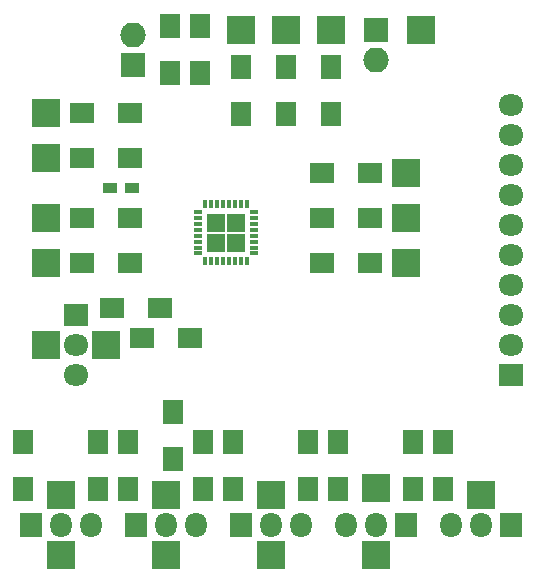
<source format=gts>
%TF.GenerationSoftware,KiCad,Pcbnew,4.0.4+e1-6308~48~ubuntu16.04.1-stable*%
%TF.CreationDate,2016-10-26T09:05:21-07:00*%
%TF.ProjectId,CY8CMBR2010,435938434D4252323031302E6B696361,rev?*%
%TF.FileFunction,Soldermask,Top*%
%FSLAX46Y46*%
G04 Gerber Fmt 4.6, Leading zero omitted, Abs format (unit mm)*
G04 Created by KiCad (PCBNEW 4.0.4+e1-6308~48~ubuntu16.04.1-stable) date Wed Oct 26 09:05:21 2016*
%MOMM*%
%LPD*%
G01*
G04 APERTURE LIST*
%ADD10C,0.050000*%
%ADD11R,1.800000X2.100000*%
%ADD12R,1.700000X2.100000*%
%ADD13R,1.300000X0.850000*%
%ADD14R,2.132000X2.132000*%
%ADD15O,2.132000X2.132000*%
%ADD16R,2.132000X1.827200*%
%ADD17O,2.132000X1.827200*%
%ADD18R,2.335200X2.335200*%
%ADD19R,1.827200X2.132000*%
%ADD20O,1.827200X2.132000*%
%ADD21R,2.100000X1.800000*%
%ADD22R,0.800000X0.350000*%
%ADD23R,0.350000X0.800000*%
%ADD24R,1.525000X1.525000*%
G04 APERTURE END LIST*
D10*
D11*
X142875000Y-114395000D03*
X142875000Y-110395000D03*
D12*
X119761000Y-79216000D03*
X119761000Y-75216000D03*
D13*
X116520000Y-88900000D03*
X114620000Y-88900000D03*
D14*
X116586000Y-78486000D03*
D15*
X116586000Y-75946000D03*
D14*
X137160000Y-75565000D03*
D15*
X137160000Y-78105000D03*
D16*
X148590000Y-104775000D03*
D17*
X148590000Y-102235000D03*
X148590000Y-99695000D03*
X148590000Y-97155000D03*
X148590000Y-94615000D03*
X148590000Y-92075000D03*
X148590000Y-89535000D03*
X148590000Y-86995000D03*
X148590000Y-84455000D03*
X148590000Y-81915000D03*
D18*
X140970000Y-75565000D03*
X146050000Y-114935000D03*
D19*
X148590000Y-117475000D03*
D20*
X146050000Y-117475000D03*
X143510000Y-117475000D03*
D18*
X119380000Y-120015000D03*
D19*
X116840000Y-117475000D03*
D20*
X119380000Y-117475000D03*
X121920000Y-117475000D03*
D18*
X119380000Y-114935000D03*
X128270000Y-120015000D03*
X109220000Y-102235000D03*
D19*
X125730000Y-117475000D03*
D20*
X128270000Y-117475000D03*
X130810000Y-117475000D03*
D16*
X111760000Y-99695000D03*
D17*
X111760000Y-102235000D03*
X111760000Y-104775000D03*
D18*
X128270000Y-114935000D03*
X114300000Y-102235000D03*
X137160000Y-120015000D03*
X110490000Y-120015000D03*
D19*
X139700000Y-117475000D03*
D20*
X137160000Y-117475000D03*
X134620000Y-117475000D03*
D19*
X107950000Y-117475000D03*
D20*
X110490000Y-117475000D03*
X113030000Y-117475000D03*
D18*
X137160000Y-114300000D03*
X110490000Y-114935000D03*
D21*
X112300000Y-95250000D03*
X116300000Y-95250000D03*
X112300000Y-91440000D03*
X116300000Y-91440000D03*
X112300000Y-86360000D03*
X116300000Y-86360000D03*
X112300000Y-82550000D03*
X116300000Y-82550000D03*
D11*
X125730000Y-78645000D03*
X125730000Y-82645000D03*
X129540000Y-78645000D03*
X129540000Y-82645000D03*
X133350000Y-78645000D03*
X133350000Y-82645000D03*
D21*
X136620000Y-87630000D03*
X132620000Y-87630000D03*
X136620000Y-91440000D03*
X132620000Y-91440000D03*
X136620000Y-95250000D03*
X132620000Y-95250000D03*
D11*
X116205000Y-114395000D03*
X116205000Y-110395000D03*
X120015000Y-111855000D03*
X120015000Y-107855000D03*
X122555000Y-114395000D03*
X122555000Y-110395000D03*
X131445000Y-114395000D03*
X131445000Y-110395000D03*
X125095000Y-110395000D03*
X125095000Y-114395000D03*
D21*
X114840000Y-99060000D03*
X118840000Y-99060000D03*
X117380000Y-101600000D03*
X121380000Y-101600000D03*
D11*
X140335000Y-114395000D03*
X140335000Y-110395000D03*
X133985000Y-114395000D03*
X133985000Y-110395000D03*
X113665000Y-114395000D03*
X113665000Y-110395000D03*
X107315000Y-110395000D03*
X107315000Y-114395000D03*
D12*
X122301000Y-79216000D03*
X122301000Y-75216000D03*
D18*
X109220000Y-95250000D03*
X109220000Y-91440000D03*
X109220000Y-86360000D03*
X109220000Y-82550000D03*
X125730000Y-75565000D03*
X129540000Y-75565000D03*
X133350000Y-75565000D03*
X139700000Y-87630000D03*
X139700000Y-91440000D03*
X139700000Y-95250000D03*
D22*
X122080000Y-90960000D03*
X122080000Y-91460000D03*
X122080000Y-91960000D03*
X122080000Y-92460000D03*
X122080000Y-92960000D03*
X122080000Y-93460000D03*
X122080000Y-93960000D03*
X122080000Y-94460000D03*
D23*
X122730000Y-95110000D03*
X123230000Y-95110000D03*
X123730000Y-95110000D03*
X124230000Y-95110000D03*
X124730000Y-95110000D03*
X125230000Y-95110000D03*
X125730000Y-95110000D03*
X126230000Y-95110000D03*
D22*
X126880000Y-94460000D03*
X126880000Y-93960000D03*
X126880000Y-93460000D03*
X126880000Y-92960000D03*
X126880000Y-92460000D03*
X126880000Y-91960000D03*
X126880000Y-91460000D03*
X126880000Y-90960000D03*
D23*
X126230000Y-90310000D03*
X125730000Y-90310000D03*
X125230000Y-90310000D03*
X124730000Y-90310000D03*
X124230000Y-90310000D03*
X123730000Y-90310000D03*
X123230000Y-90310000D03*
X122730000Y-90310000D03*
D24*
X125342500Y-93572500D03*
X125342500Y-91847500D03*
X123617500Y-93572500D03*
X123617500Y-91847500D03*
M02*

</source>
